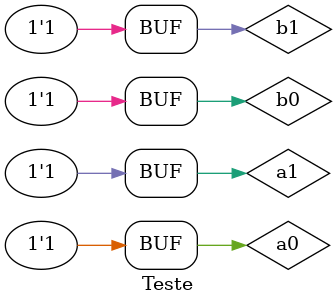
<source format=v>

module Half_adder (s1,s0,a,b);
input a,b;
output s0,s1;
xor XOR1 (s0,a,b);
and AND1 (s1,a,b);
endmodule //criacão do circuito meia soma

module Adder (s1,s0,a,b,c);
input a,b,c;
output s0,s1;
wire q0,q1,q3;
Half_adder HA1 (q1,q0,a,b);
Half_adder HA2 (q3,s0,c,q0);
or OR1 (s1,q1,q3);
endmodule

module multiplicador (s3,s2,s1,s0,a0,a1,b0,b1);
input a0,a1,b0,b1;
output s0,s1,s2,s3;
wire q0,q1,q2,q3;
and AND1(s0,a0,b0);
and AND2 (q0,a1,b0);
and AND3 (q1,b1,a0);
and AND4 (q2,b1,a1);
Adder AD1 (q3,s1,q0,q1,0);
Adder AD2 (s3,s2,q2,0,q3);
endmodule

module Teste ;
reg a0,a1,b0,b1;
wire s0,s1,s2,s3;
multiplicador M1 (s3,s2,s1,s0,a0,a1,b0,b1);
initial begin : start
a0=0; a1=0; b0=0; b1=0; 
end

initial begin: main
$display ("Nome: Jonathan Felipe Xavier 	Matricula:415704");
$display ("Circuito multiplicador de dois bits");
$display ("\n a1 | a0 | b1 | b0 | = | s3 | s2 | s1 | s0 |");
$monitor (" %b | %b | %b | %b | = | %2b | %2b | %2b | %2b |",a1,a0,b1,b0,s3,s2,s1,s0);
#1 a0=0; a1=0; b0=1; b1=0; 
#1 a0=0; a1=0; b0=0; b1=1;
#1 a0=0; a1=0; b0=1; b1=1;
#1 a0=1; a1=0; b0=0; b1=0; 
#1 a0=1; a1=0; b0=1; b1=0; 
#1 a0=1; a1=0; b0=0; b1=1;
#1 a0=1; a1=0; b0=1; b1=1;
#1 a0=0; a1=1; b0=0; b1=0; 
#1 a0=0; a1=1; b0=1; b1=0;
#1 a0=0; a1=1; b0=0; b1=1; 
#1 a0=0; a1=1; b0=1; b1=1;
#1 a0=1; a1=1; b0=0; b1=0; 
#1 a0=1; a1=1; b0=1; b1=0;
#1 a0=1; a1=1; b0=0; b1=1; 
#1 a0=1; a1=1; b0=1; b1=1;

end
endmodule
</source>
